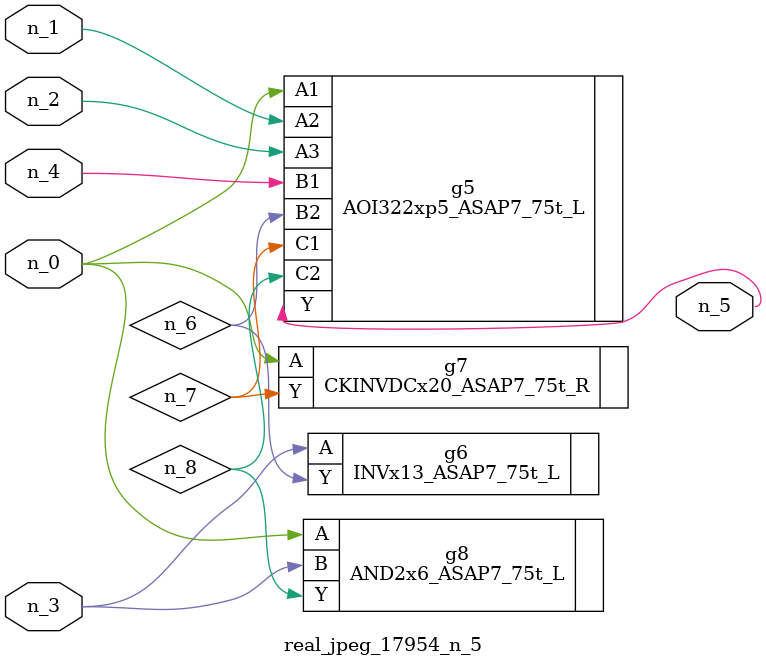
<source format=v>
module real_jpeg_17954_n_5 (n_4, n_0, n_1, n_2, n_3, n_5);

input n_4;
input n_0;
input n_1;
input n_2;
input n_3;

output n_5;

wire n_8;
wire n_6;
wire n_7;

AOI322xp5_ASAP7_75t_L g5 ( 
.A1(n_0),
.A2(n_1),
.A3(n_2),
.B1(n_4),
.B2(n_6),
.C1(n_7),
.C2(n_8),
.Y(n_5)
);

CKINVDCx20_ASAP7_75t_R g7 ( 
.A(n_0),
.Y(n_7)
);

AND2x6_ASAP7_75t_L g8 ( 
.A(n_0),
.B(n_3),
.Y(n_8)
);

INVx13_ASAP7_75t_L g6 ( 
.A(n_3),
.Y(n_6)
);


endmodule
</source>
